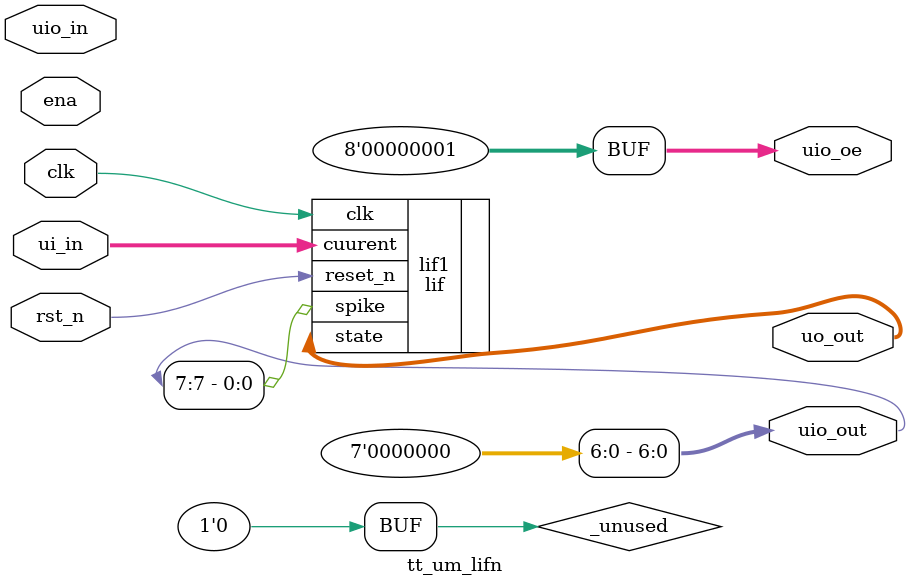
<source format=v>
/*
 * Copyright (c) 2024 Your Name
 * SPDX-License-Identifier: Apache-2.0
 */

`default_nettype none

module tt_um_lifn (
    input  wire [7:0] ui_in,    // Dedicated inputs
    output wire [7:0] uo_out,   // Dedicated outputs
    input  wire [7:0] uio_in,   // IOs: Input path
    output wire [7:0] uio_out,  // IOs: Output path
    output wire [7:0] uio_oe,   // IOs: Enable path (active high: 0=input, 1=output)
    input  wire       ena,      // always 1 when the design is powered, so you can ignore it
    input  wire       clk,      // clock
    input  wire       rst_n     // reset_n - low to reset
);

  // All output pins must be assigned. If not used, assign to 0.
  assign uio_out [6:0]= 0;
  assign uio_oe  = 1;

  // List all unused inputs to prevent warnings
  wire _unused = &{ena, uio_in, 1'b0};

// instantiate lif neuron
lif lif1(.cuurent(ui_in), .clk(clk), .reset_n(rst_n), .state(uo_out), .spike(uio_out[7]));

endmodule

</source>
